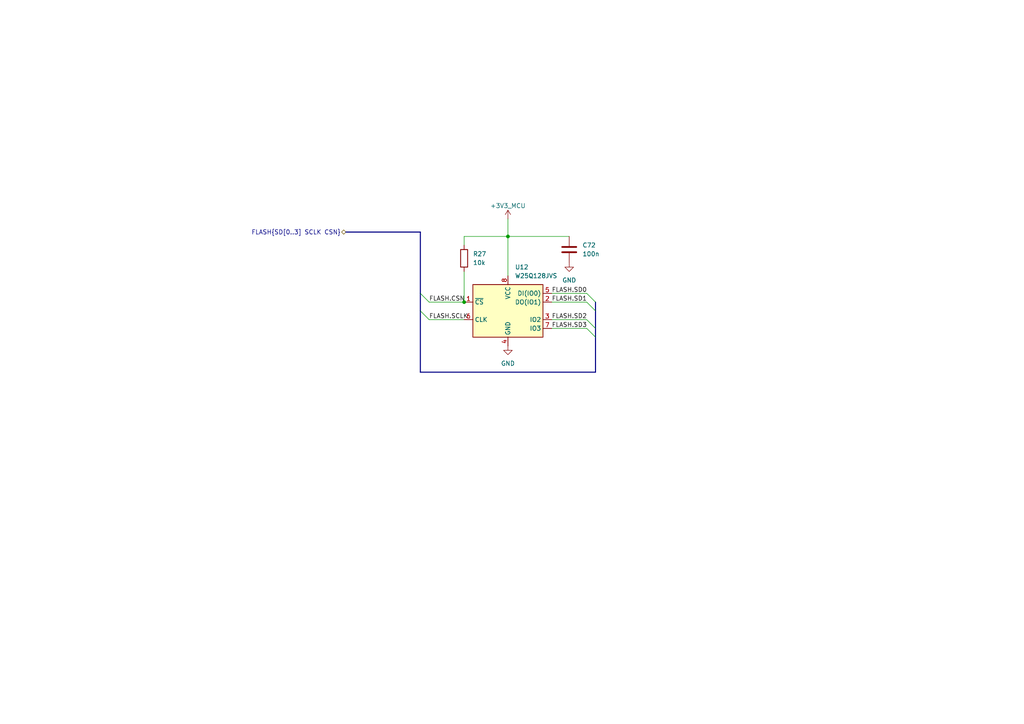
<source format=kicad_sch>
(kicad_sch (version 20221206) (generator eeschema)
  (paper "A4")
  (lib_symbols
    (symbol "Device:C" (pin_numbers hide) (pin_names (offset 0.254))
      (property "Reference" "C" (at 0.635 2.54 0))
      (property "Value" "C" (at 0.635 -2.54 0))
      (symbol "C_0_1"
        (polyline (pts (xy -2.032 -0.762) (xy 2.032 -0.762)) (stroke (width 0.508)))
        (polyline (pts (xy -2.032 0.762) (xy 2.032 0.762)) (stroke (width 0.508)))
      )
      (symbol "C_1_1"
        (pin passive line (at 0 3.81 270) (length 2.794) (name "~") (number "1"))
        (pin passive line (at 0 -3.81 90) (length 2.794) (name "~") (number "2"))
      )
    )
    (symbol "Device:R" (pin_numbers hide) (pin_names (offset 0))
      (property "Reference" "R" (at 2.032 0 90))
      (property "Value" "R" (at 0 0 90))
      (symbol "R_0_1"
        (rectangle (start -1.016 -2.54) (end 1.016 2.54) (stroke (width 0.254)))
      )
      (symbol "R_1_1"
        (pin passive line (at 0 3.81 270) (length 1.27) (name "~") (number "1"))
        (pin passive line (at 0 -3.81 90) (length 1.27) (name "~") (number "2"))
      )
    )
    (symbol "GND_1" (power) (pin_names (offset 0))
      (property "Value" "GND_1" (at 0 -3.81 0))
      (symbol "GND_1_0_1"
        (polyline (pts (xy 0 0) (xy 0 -1.27) (xy 1.27 -1.27) (xy 0 -2.54) (xy -1.27 -1.27) (xy 0 -1.27)))
      )
      (symbol "GND_1_1_1"
        (pin power_in line (at 0 0 270) (length 0) hide (name "GND") (number "1"))
      )
    )
    (symbol "Memory_Flash:W25Q128JVS"
      (property "Reference" "U" (at -8.89 8.89 0))
      (property "Value" "W25Q128JVS" (at 7.62 8.89 0))
      (symbol "W25Q128JVS_0_1"
        (rectangle (start -10.16 7.62) (end 10.16 -7.62) (stroke (width 0.254)) (fill (type background)))
      )
      (symbol "W25Q128JVS_1_1"
        (pin input line (at -12.7 2.54 0) (length 2.54) (name "~{CS}") (number "1"))
        (pin bidirectional line (at 12.7 2.54 180) (length 2.54) (name "DO(IO1)") (number "2"))
        (pin bidirectional line (at 12.7 -2.54 180) (length 2.54) (name "IO2") (number "3"))
        (pin power_in line (at 0 -10.16 90) (length 2.54) (name "GND") (number "4"))
        (pin bidirectional line (at 12.7 5.08 180) (length 2.54) (name "DI(IO0)") (number "5"))
        (pin input line (at -12.7 -2.54 0) (length 2.54) (name "CLK") (number "6"))
        (pin bidirectional line (at 12.7 -5.08 180) (length 2.54) (name "IO3") (number "7"))
        (pin power_in line (at 0 10.16 270) (length 2.54) (name "VCC") (number "8"))
      )
    )
    (symbol "power:GND" (power) (pin_names (offset 0))
      (property "Value" "GND" (at 0 -3.81 0))
      (symbol "GND_0_1"
        (polyline (pts (xy 0 0) (xy 0 -1.27) (xy 1.27 -1.27) (xy 0 -2.54) (xy -1.27 -1.27) (xy 0 -1.27)))
      )
      (symbol "GND_1_1"
        (pin power_in line (at 0 0 270) (length 0) hide (name "GND") (number "1"))
      )
    )
    (symbol "project_power:+3V3_MCU" (power) (pin_names (offset 0))
      (property "Value" "+3V3_MCU" (at 0 3.556 0))
      (symbol "+3V3_MCU_0_1"
        (polyline (pts (xy -0.762 1.27) (xy 0 2.54)))
        (polyline (pts (xy 0 0) (xy 0 2.54)))
        (polyline (pts (xy 0 2.54) (xy 0.762 1.27)))
      )
      (symbol "+3V3_MCU_1_1"
        (pin power_in line (at 0 0 90) (length 0) hide (name "+3V3_MCU") (number "1"))
      )
    )
  )
  (junction (at 134.62 87.63))
  (junction (at 147.32 68.58))
  (bus_entry (at 170.18 85.09) (size 2.54 2.54))
  (bus_entry (at 121.92 85.09) (size 2.54 2.54))
  (bus_entry (at 170.18 87.63) (size 2.54 2.54))
  (bus_entry (at 170.18 95.25) (size 2.54 2.54))
  (bus_entry (at 170.18 92.71) (size 2.54 2.54))
  (bus_entry (at 121.92 90.17) (size 2.54 2.54))
  (wire (pts (xy 124.46 87.63) (xy 134.62 87.63)))
  (wire (pts (xy 147.32 68.58) (xy 147.32 80.01)))
  (wire (pts (xy 147.32 68.58) (xy 147.32 63.5)))
  (bus (pts (xy 172.72 97.79) (xy 172.72 107.95)))
  (bus (pts (xy 121.92 85.09) (xy 121.92 90.17)))
  (wire (pts (xy 160.02 95.25) (xy 170.18 95.25)))
  (wire (pts (xy 134.62 78.74) (xy 134.62 87.63)))
  (wire (pts (xy 160.02 87.63) (xy 170.18 87.63)))
  (bus (pts (xy 100.33 67.31) (xy 121.92 67.31)))
  (wire (pts (xy 134.62 68.58) (xy 147.32 68.58)))
  (bus (pts (xy 121.92 107.95) (xy 172.72 107.95)))
  (bus (pts (xy 121.92 90.17) (xy 121.92 107.95)))
  (wire (pts (xy 160.02 85.09) (xy 170.18 85.09)))
  (wire (pts (xy 160.02 92.71) (xy 170.18 92.71)))
  (bus (pts (xy 172.72 90.17) (xy 172.72 95.25)))
  (bus (pts (xy 172.72 95.25) (xy 172.72 97.79)))
  (bus (pts (xy 172.72 87.63) (xy 172.72 90.17)))
  (bus (pts (xy 121.92 67.31) (xy 121.92 85.09)))
  (wire (pts (xy 124.46 92.71) (xy 134.62 92.71)))
  (wire (pts (xy 147.32 68.58) (xy 165.1 68.58)))
  (wire (pts (xy 134.62 71.12) (xy 134.62 68.58)))
  (label "FLASH.SD3" (at 160.02 95.25 0))
  (label "FLASH.SD2" (at 160.02 92.71 0))
  (label "FLASH.SD0" (at 160.02 85.09 0))
  (label "FLASH.SD1" (at 160.02 87.63 0))
  (label "FLASH.SCLK" (at 124.46 92.71 0))
  (label "FLASH.CSN" (at 124.46 87.63 0))
  (hierarchical_label "FLASH{SD[0..3] SCLK CSN}" (shape bidirectional) (at 100.33 67.31 180))
  (symbol (lib_id "Device:R") (at 134.62 74.93 180) (unit 1)
    (property "Reference" "R27" (at 137.16 73.6599 0) (effects (justify right)))
    (property "Value" "10k" (at 137.16 76.1999 0) (effects (justify right)))
    (property "Footprint" "Resistor_SMD:R_0402_1005Metric_Pad0.72x0.64mm_HandSolder" (effects hide))
  )
  (symbol (lib_id "Memory_Flash:W25Q128JVS") (at 147.32 90.17 0) (unit 1)
    (property "Reference" "U12" (at 149.3394 77.47 0) (effects (justify left)))
    (property "Value" "W25Q128JVS" (at 149.3394 80.01 0) (effects (justify left)))
    (property "Footprint" "Package_SO:SOIC-8_5.23x5.23mm_P1.27mm" (effects hide))
    (property "Datasheet" "http://www.winbond.com/resource-files/w25q128jv_dtr%20revc%2003272018%20plus.pdf" (effects hide))
  )
  (symbol (lib_name "GND_1") (lib_id "power:GND") (at 147.32 100.33 0) (unit 1)
    (property "Reference" "#PWR0182" (effects hide))
    (property "Value" "GND" (at 147.32 105.41 0))
  )
  (symbol (lib_id "Device:C") (at 165.1 72.39 0) (unit 1)
    (property "Reference" "C72" (at 168.91 71.1199 0) (effects (justify left)))
    (property "Value" "100n" (at 168.91 73.6599 0) (effects (justify left)))
    (property "Footprint" "Capacitor_SMD:C_0402_1005Metric_Pad0.74x0.62mm_HandSolder" (effects hide))
  )
  (symbol (lib_id "project_power:+3V3_MCU") (at 147.32 63.5 0) (unit 1)
    (property "Reference" "#PWR?" (effects hide))
    (property "Value" "+3V3_MCU" (at 147.32 59.69 0))
    (instances (project "mainboard" (path "" (reference "#PWR?") (unit 1)) (path "" (reference "#PWR0201") (unit 1))))
  )
  (symbol (lib_id "power:GND") (at 165.1 76.2 0) (unit 1)
    (property "Reference" "#PWR0189" (effects hide))
    (property "Value" "GND" (at 165.1 81.28 0))
  )
)
</source>
